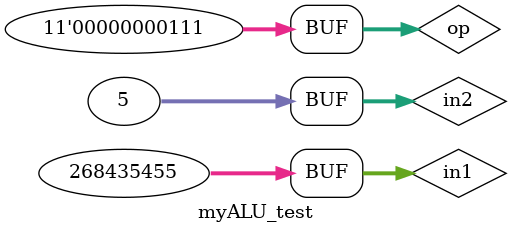
<source format=v>
`timescale 1ns / 1ps

module myALU_test;
    reg [10:0] op;
    reg [31:0] in1,in2;
    wire [31:0] out;
    wire cf,of,zf;
    myALU myALU(in1,in2,op,out,cf,of,zf);
    initial
    begin
       //add
         op=11'b00000100000;        
         in1=32'hf2340000;
         in2=32'h80000000;
    #20  in1=32'h7fffffff;
         in2=32'h70000001;
    #20  in1=32'h7fffffff;
         in2=32'hf0000001;
    #20  in1=32'hffffffff;
         in2=32'h00000001;
    //addu          
    #20  op=11'b00000100001;   
         in1=32'hf2340000;
         in2=32'h80000000;
    #20  in1=32'h7fffffff;
         in2=32'h70000001;
    #20  in1=32'hffffffff;
         in2=32'h00000001;
    //sub    
    #20  op=11'b00000100010;        
         in1=32'h72340000;
         in2=32'h60000000;
    #20  in1=32'h7fffffff;
         in2=32'hf0000001;
    #20  in1=32'hf00fffff;
         in2=32'h7ffffff1;
    #20  in1=32'hffffffff;
         in2=32'hffffffff;
    #20  in1=32'hf0000000;
         in2=32'h0fffffff; 
    //subu
    #20  op=11'b00000100011;        
         in1=32'h72340000;
         in2=32'h60000000;
    #20  in1=32'h7fffffff;
         in2=32'hf0000001;
    #20  in1=32'hffffffff;
         in2=32'hffffffff;
    #20  in1=32'hf0000000;
         in2=32'h0fffffff; 
    //and
    #20  op=11'b00000100100;        
         in1=32'h72340000;
         in2=32'h60000000;
    #20  in1=32'h7fffffff;
         in2=32'h00000000; 
    //or
    #20  op=11'b00000100101;        
         in1=32'h00000000;
         in2=32'h00000000;
    #20  in1=32'h7fffffff;
         in2=32'hf0000001;
    //xor
    #20  op=11'b00000100110;        
         in1=32'ha0000000;
         in2=32'h50000000;
    #20  in1=32'h7fffffff;
         in2=32'hf0000001;
    //nor
    #20  op=11'b00000100111;        
         in1=32'h123451ff;
         in2=32'h60000000;
    #20  in1=32'h7fffffff;
         in2=32'hf0000001;
    //slt
    #20  op=11'b00000101010;        
         in1=32'h72340000;
         in2=32'hf0000000;
    #20  in1=32'h7000000f;
         in2=32'h7f000001;
    #20  in1=32'hf0001231;
         in2=32'h7ac34545;
    //sltu
    #20  op=11'b00000101011;        
         in1=32'h72340000;
         in2=32'hf0000000;
    #20  in1=32'h7000000f;
         in2=32'h7f000001;
    #20  in1=32'hf0001231;
         in2=32'h7ac34545;
    //shl
    #20  op=11'b00000000100;
         in1=32'hffffffff;
         in2=32'd5;
    //shr
    #20  op=11'b00000000110;
         in1=32'hffffffff;
         in2=32'd5;
    //sar
    #20  op=11'b00000000111;
         in1=32'hffffffff;
         in2=32'd3;
    #20  in1=32'h0fffffff;
         in2=32'd5;
    end
    
endmodule

</source>
